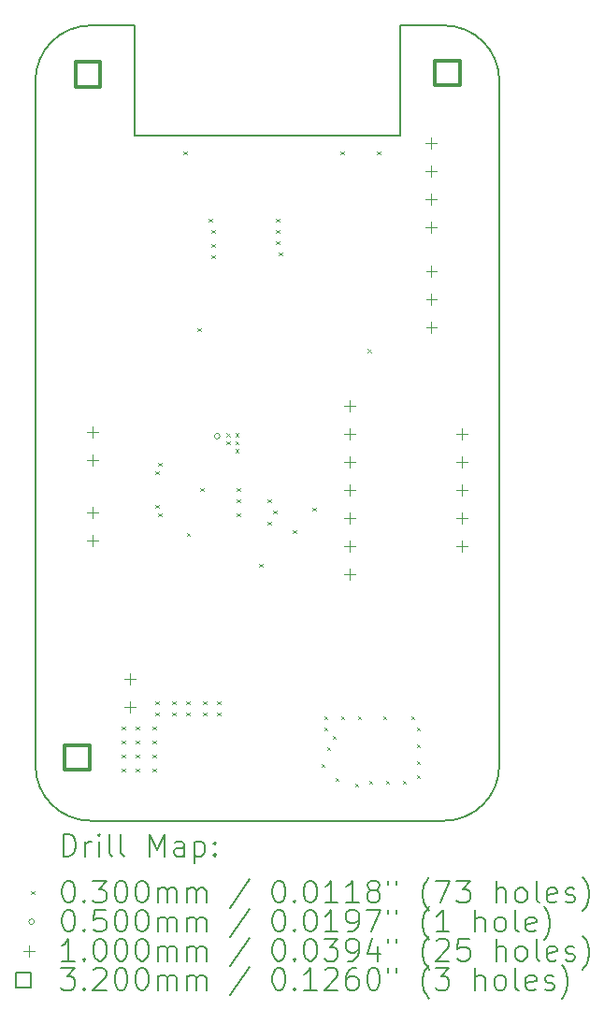
<source format=gbr>
%TF.GenerationSoftware,KiCad,Pcbnew,9.0.2-9.0.2-0~ubuntu24.04.1*%
%TF.CreationDate,2025-06-12T20:24:59+02:00*%
%TF.ProjectId,PCB_Robot,5043425f-526f-4626-9f74-2e6b69636164,rev?*%
%TF.SameCoordinates,Original*%
%TF.FileFunction,Drillmap*%
%TF.FilePolarity,Positive*%
%FSLAX45Y45*%
G04 Gerber Fmt 4.5, Leading zero omitted, Abs format (unit mm)*
G04 Created by KiCad (PCBNEW 9.0.2-9.0.2-0~ubuntu24.04.1) date 2025-06-12 20:24:59*
%MOMM*%
%LPD*%
G01*
G04 APERTURE LIST*
%ADD10C,0.200000*%
%ADD11C,0.100000*%
%ADD12C,0.320000*%
G04 APERTURE END LIST*
D10*
X12144040Y-7051800D02*
X12144040Y-8051800D01*
X12144040Y-8051800D02*
X14544040Y-8051800D01*
X14544040Y-8051800D02*
X14544040Y-7051800D01*
X14944040Y-7051800D02*
X14544040Y-7051800D01*
X14944040Y-7051800D02*
G75*
G02*
X15444040Y-7551800I0J-500000D01*
G01*
X15444040Y-13751800D02*
X15444040Y-7551800D01*
X15444040Y-13751800D02*
G75*
G02*
X14944040Y-14251800I-500000J0D01*
G01*
X11744040Y-14251800D02*
X14944040Y-14251800D01*
X11744040Y-14251800D02*
G75*
G02*
X11244040Y-13751800I0J500000D01*
G01*
X11244040Y-7551800D02*
X11244040Y-13751800D01*
X11244040Y-7551800D02*
G75*
G02*
X11744040Y-7051800I500000J0D01*
G01*
X12144040Y-7051800D02*
X11744040Y-7051800D01*
D11*
X12024600Y-13396200D02*
X12054600Y-13426200D01*
X12054600Y-13396200D02*
X12024600Y-13426200D01*
X12024600Y-13523200D02*
X12054600Y-13553200D01*
X12054600Y-13523200D02*
X12024600Y-13553200D01*
X12024600Y-13650200D02*
X12054600Y-13680200D01*
X12054600Y-13650200D02*
X12024600Y-13680200D01*
X12024600Y-13777200D02*
X12054600Y-13807200D01*
X12054600Y-13777200D02*
X12024600Y-13807200D01*
X12151600Y-13396200D02*
X12181600Y-13426200D01*
X12181600Y-13396200D02*
X12151600Y-13426200D01*
X12151600Y-13523200D02*
X12181600Y-13553200D01*
X12181600Y-13523200D02*
X12151600Y-13553200D01*
X12151600Y-13650200D02*
X12181600Y-13680200D01*
X12181600Y-13650200D02*
X12151600Y-13680200D01*
X12151600Y-13777200D02*
X12181600Y-13807200D01*
X12181600Y-13777200D02*
X12151600Y-13807200D01*
X12304000Y-13396200D02*
X12334000Y-13426200D01*
X12334000Y-13396200D02*
X12304000Y-13426200D01*
X12304000Y-13523200D02*
X12334000Y-13553200D01*
X12334000Y-13523200D02*
X12304000Y-13553200D01*
X12304000Y-13650200D02*
X12334000Y-13680200D01*
X12334000Y-13650200D02*
X12304000Y-13680200D01*
X12304000Y-13777200D02*
X12334000Y-13807200D01*
X12334000Y-13777200D02*
X12304000Y-13807200D01*
X12329400Y-11084800D02*
X12359400Y-11114800D01*
X12359400Y-11084800D02*
X12329400Y-11114800D01*
X12329400Y-11389600D02*
X12359400Y-11419600D01*
X12359400Y-11389600D02*
X12329400Y-11419600D01*
X12329400Y-13167600D02*
X12359400Y-13197600D01*
X12359400Y-13167600D02*
X12329400Y-13197600D01*
X12329400Y-13269200D02*
X12359400Y-13299200D01*
X12359400Y-13269200D02*
X12329400Y-13299200D01*
X12354800Y-11008600D02*
X12384800Y-11038600D01*
X12384800Y-11008600D02*
X12354800Y-11038600D01*
X12354800Y-11465800D02*
X12384800Y-11495800D01*
X12384800Y-11465800D02*
X12354800Y-11495800D01*
X12481800Y-13167600D02*
X12511800Y-13197600D01*
X12511800Y-13167600D02*
X12481800Y-13197600D01*
X12481800Y-13269200D02*
X12511800Y-13299200D01*
X12511800Y-13269200D02*
X12481800Y-13299200D01*
X12583400Y-8189200D02*
X12613400Y-8219200D01*
X12613400Y-8189200D02*
X12583400Y-8219200D01*
X12608800Y-13167600D02*
X12638800Y-13197600D01*
X12638800Y-13167600D02*
X12608800Y-13197600D01*
X12608800Y-13269200D02*
X12638800Y-13299200D01*
X12638800Y-13269200D02*
X12608800Y-13299200D01*
X12615000Y-11645000D02*
X12645000Y-11675000D01*
X12645000Y-11645000D02*
X12615000Y-11675000D01*
X12710400Y-9789400D02*
X12740400Y-9819400D01*
X12740400Y-9789400D02*
X12710400Y-9819400D01*
X12735223Y-11237776D02*
X12765223Y-11267776D01*
X12765223Y-11237776D02*
X12735223Y-11267776D01*
X12761200Y-13167600D02*
X12791200Y-13197600D01*
X12791200Y-13167600D02*
X12761200Y-13197600D01*
X12761200Y-13269200D02*
X12791200Y-13299200D01*
X12791200Y-13269200D02*
X12761200Y-13299200D01*
X12812000Y-8798800D02*
X12842000Y-8828800D01*
X12842000Y-8798800D02*
X12812000Y-8828800D01*
X12837400Y-8900400D02*
X12867400Y-8930400D01*
X12867400Y-8900400D02*
X12837400Y-8930400D01*
X12837400Y-9027400D02*
X12867400Y-9057400D01*
X12867400Y-9027400D02*
X12837400Y-9057400D01*
X12837400Y-9129000D02*
X12867400Y-9159000D01*
X12867400Y-9129000D02*
X12837400Y-9159000D01*
X12888200Y-13167600D02*
X12918200Y-13197600D01*
X12918200Y-13167600D02*
X12888200Y-13197600D01*
X12888200Y-13269200D02*
X12918200Y-13299200D01*
X12918200Y-13269200D02*
X12888200Y-13299200D01*
X12975000Y-10745000D02*
X13005000Y-10775000D01*
X13005000Y-10745000D02*
X12975000Y-10775000D01*
X12975000Y-10815000D02*
X13005000Y-10845000D01*
X13005000Y-10815000D02*
X12975000Y-10845000D01*
X13055000Y-10745000D02*
X13085000Y-10775000D01*
X13085000Y-10745000D02*
X13055000Y-10775000D01*
X13055000Y-10815000D02*
X13085000Y-10845000D01*
X13085000Y-10815000D02*
X13055000Y-10845000D01*
X13055000Y-10885000D02*
X13085000Y-10915000D01*
X13085000Y-10885000D02*
X13055000Y-10915000D01*
X13066000Y-11237200D02*
X13096000Y-11267200D01*
X13096000Y-11237200D02*
X13066000Y-11267200D01*
X13066000Y-11338800D02*
X13096000Y-11368800D01*
X13096000Y-11338800D02*
X13066000Y-11368800D01*
X13066000Y-11465800D02*
X13096000Y-11495800D01*
X13096000Y-11465800D02*
X13066000Y-11495800D01*
X13269200Y-11923000D02*
X13299200Y-11953000D01*
X13299200Y-11923000D02*
X13269200Y-11953000D01*
X13345400Y-11338800D02*
X13375400Y-11368800D01*
X13375400Y-11338800D02*
X13345400Y-11368800D01*
X13345400Y-11542000D02*
X13375400Y-11572000D01*
X13375400Y-11542000D02*
X13345400Y-11572000D01*
X13396200Y-11440400D02*
X13426200Y-11470400D01*
X13426200Y-11440400D02*
X13396200Y-11470400D01*
X13421600Y-8798800D02*
X13451600Y-8828800D01*
X13451600Y-8798800D02*
X13421600Y-8828800D01*
X13421600Y-8900400D02*
X13451600Y-8930400D01*
X13451600Y-8900400D02*
X13421600Y-8930400D01*
X13421600Y-9002000D02*
X13451600Y-9032000D01*
X13451600Y-9002000D02*
X13421600Y-9032000D01*
X13447000Y-9103600D02*
X13477000Y-9133600D01*
X13477000Y-9103600D02*
X13447000Y-9133600D01*
X13574000Y-11618200D02*
X13604000Y-11648200D01*
X13604000Y-11618200D02*
X13574000Y-11648200D01*
X13751800Y-11415000D02*
X13781800Y-11445000D01*
X13781800Y-11415000D02*
X13751800Y-11445000D01*
X13833080Y-13736560D02*
X13863080Y-13766560D01*
X13863080Y-13736560D02*
X13833080Y-13766560D01*
X13858480Y-13304760D02*
X13888480Y-13334760D01*
X13888480Y-13304760D02*
X13858480Y-13334760D01*
X13858480Y-13406360D02*
X13888480Y-13436360D01*
X13888480Y-13406360D02*
X13858480Y-13436360D01*
X13883880Y-13584160D02*
X13913880Y-13614160D01*
X13913880Y-13584160D02*
X13883880Y-13614160D01*
X13934680Y-13482560D02*
X13964680Y-13512560D01*
X13964680Y-13482560D02*
X13934680Y-13512560D01*
X13960080Y-13863560D02*
X13990080Y-13893560D01*
X13990080Y-13863560D02*
X13960080Y-13893560D01*
X14005800Y-8189200D02*
X14035800Y-8219200D01*
X14035800Y-8189200D02*
X14005800Y-8219200D01*
X14010880Y-13304760D02*
X14040880Y-13334760D01*
X14040880Y-13304760D02*
X14010880Y-13334760D01*
X14137880Y-13914360D02*
X14167880Y-13944360D01*
X14167880Y-13914360D02*
X14137880Y-13944360D01*
X14163280Y-13304760D02*
X14193280Y-13334760D01*
X14193280Y-13304760D02*
X14163280Y-13334760D01*
X14250000Y-9980000D02*
X14280000Y-10010000D01*
X14280000Y-9980000D02*
X14250000Y-10010000D01*
X14264880Y-13888960D02*
X14294880Y-13918960D01*
X14294880Y-13888960D02*
X14264880Y-13918960D01*
X14336000Y-8189200D02*
X14366000Y-8219200D01*
X14366000Y-8189200D02*
X14336000Y-8219200D01*
X14391880Y-13304760D02*
X14421880Y-13334760D01*
X14421880Y-13304760D02*
X14391880Y-13334760D01*
X14417280Y-13888960D02*
X14447280Y-13918960D01*
X14447280Y-13888960D02*
X14417280Y-13918960D01*
X14569680Y-13888960D02*
X14599680Y-13918960D01*
X14599680Y-13888960D02*
X14569680Y-13918960D01*
X14645880Y-13304760D02*
X14675880Y-13334760D01*
X14675880Y-13304760D02*
X14645880Y-13334760D01*
X14696680Y-13406360D02*
X14726680Y-13436360D01*
X14726680Y-13406360D02*
X14696680Y-13436360D01*
X14696680Y-13558760D02*
X14726680Y-13588760D01*
X14726680Y-13558760D02*
X14696680Y-13588760D01*
X14696680Y-13711160D02*
X14726680Y-13741160D01*
X14726680Y-13711160D02*
X14696680Y-13741160D01*
X14696680Y-13838160D02*
X14726680Y-13868160D01*
X14726680Y-13838160D02*
X14696680Y-13868160D01*
X12915000Y-10770000D02*
G75*
G02*
X12865000Y-10770000I-25000J0D01*
G01*
X12865000Y-10770000D02*
G75*
G02*
X12915000Y-10770000I25000J0D01*
G01*
X11760000Y-10682500D02*
X11760000Y-10782500D01*
X11710000Y-10732500D02*
X11810000Y-10732500D01*
X11760000Y-10936500D02*
X11760000Y-11036500D01*
X11710000Y-10986500D02*
X11810000Y-10986500D01*
X11760000Y-11410000D02*
X11760000Y-11510000D01*
X11710000Y-11460000D02*
X11810000Y-11460000D01*
X11760000Y-11664000D02*
X11760000Y-11764000D01*
X11710000Y-11714000D02*
X11810000Y-11714000D01*
X12100000Y-12920000D02*
X12100000Y-13020000D01*
X12050000Y-12970000D02*
X12150000Y-12970000D01*
X12100000Y-13174000D02*
X12100000Y-13274000D01*
X12050000Y-13224000D02*
X12150000Y-13224000D01*
X14092000Y-10448000D02*
X14092000Y-10548000D01*
X14042000Y-10498000D02*
X14142000Y-10498000D01*
X14092000Y-10702000D02*
X14092000Y-10802000D01*
X14042000Y-10752000D02*
X14142000Y-10752000D01*
X14092000Y-10956000D02*
X14092000Y-11056000D01*
X14042000Y-11006000D02*
X14142000Y-11006000D01*
X14092000Y-11210000D02*
X14092000Y-11310000D01*
X14042000Y-11260000D02*
X14142000Y-11260000D01*
X14092000Y-11464000D02*
X14092000Y-11564000D01*
X14042000Y-11514000D02*
X14142000Y-11514000D01*
X14092000Y-11718000D02*
X14092000Y-11818000D01*
X14042000Y-11768000D02*
X14142000Y-11768000D01*
X14092000Y-11972000D02*
X14092000Y-12072000D01*
X14042000Y-12022000D02*
X14142000Y-12022000D01*
X14825000Y-8067000D02*
X14825000Y-8167000D01*
X14775000Y-8117000D02*
X14875000Y-8117000D01*
X14825000Y-8321000D02*
X14825000Y-8421000D01*
X14775000Y-8371000D02*
X14875000Y-8371000D01*
X14825000Y-8575000D02*
X14825000Y-8675000D01*
X14775000Y-8625000D02*
X14875000Y-8625000D01*
X14825000Y-8829000D02*
X14825000Y-8929000D01*
X14775000Y-8879000D02*
X14875000Y-8879000D01*
X14830000Y-9227000D02*
X14830000Y-9327000D01*
X14780000Y-9277000D02*
X14880000Y-9277000D01*
X14830000Y-9481000D02*
X14830000Y-9581000D01*
X14780000Y-9531000D02*
X14880000Y-9531000D01*
X14830000Y-9735000D02*
X14830000Y-9835000D01*
X14780000Y-9785000D02*
X14880000Y-9785000D01*
X15108000Y-10702000D02*
X15108000Y-10802000D01*
X15058000Y-10752000D02*
X15158000Y-10752000D01*
X15108000Y-10956000D02*
X15108000Y-11056000D01*
X15058000Y-11006000D02*
X15158000Y-11006000D01*
X15108000Y-11210000D02*
X15108000Y-11310000D01*
X15058000Y-11260000D02*
X15158000Y-11260000D01*
X15108000Y-11464000D02*
X15108000Y-11564000D01*
X15058000Y-11514000D02*
X15158000Y-11514000D01*
X15108000Y-11718000D02*
X15108000Y-11818000D01*
X15058000Y-11768000D02*
X15158000Y-11768000D01*
D12*
X11736178Y-13793578D02*
X11736178Y-13567302D01*
X11509902Y-13567302D01*
X11509902Y-13793578D01*
X11736178Y-13793578D01*
X11832698Y-7606138D02*
X11832698Y-7379862D01*
X11606422Y-7379862D01*
X11606422Y-7606138D01*
X11832698Y-7606138D01*
X15088978Y-7595978D02*
X15088978Y-7369702D01*
X14862702Y-7369702D01*
X14862702Y-7595978D01*
X15088978Y-7595978D01*
D10*
X11494817Y-14573284D02*
X11494817Y-14373284D01*
X11494817Y-14373284D02*
X11542436Y-14373284D01*
X11542436Y-14373284D02*
X11571007Y-14382808D01*
X11571007Y-14382808D02*
X11590055Y-14401855D01*
X11590055Y-14401855D02*
X11599579Y-14420903D01*
X11599579Y-14420903D02*
X11609102Y-14458998D01*
X11609102Y-14458998D02*
X11609102Y-14487569D01*
X11609102Y-14487569D02*
X11599579Y-14525665D01*
X11599579Y-14525665D02*
X11590055Y-14544712D01*
X11590055Y-14544712D02*
X11571007Y-14563760D01*
X11571007Y-14563760D02*
X11542436Y-14573284D01*
X11542436Y-14573284D02*
X11494817Y-14573284D01*
X11694817Y-14573284D02*
X11694817Y-14439950D01*
X11694817Y-14478046D02*
X11704341Y-14458998D01*
X11704341Y-14458998D02*
X11713864Y-14449474D01*
X11713864Y-14449474D02*
X11732912Y-14439950D01*
X11732912Y-14439950D02*
X11751960Y-14439950D01*
X11818626Y-14573284D02*
X11818626Y-14439950D01*
X11818626Y-14373284D02*
X11809102Y-14382808D01*
X11809102Y-14382808D02*
X11818626Y-14392331D01*
X11818626Y-14392331D02*
X11828150Y-14382808D01*
X11828150Y-14382808D02*
X11818626Y-14373284D01*
X11818626Y-14373284D02*
X11818626Y-14392331D01*
X11942436Y-14573284D02*
X11923388Y-14563760D01*
X11923388Y-14563760D02*
X11913864Y-14544712D01*
X11913864Y-14544712D02*
X11913864Y-14373284D01*
X12047198Y-14573284D02*
X12028150Y-14563760D01*
X12028150Y-14563760D02*
X12018626Y-14544712D01*
X12018626Y-14544712D02*
X12018626Y-14373284D01*
X12275769Y-14573284D02*
X12275769Y-14373284D01*
X12275769Y-14373284D02*
X12342436Y-14516141D01*
X12342436Y-14516141D02*
X12409102Y-14373284D01*
X12409102Y-14373284D02*
X12409102Y-14573284D01*
X12590055Y-14573284D02*
X12590055Y-14468522D01*
X12590055Y-14468522D02*
X12580531Y-14449474D01*
X12580531Y-14449474D02*
X12561483Y-14439950D01*
X12561483Y-14439950D02*
X12523388Y-14439950D01*
X12523388Y-14439950D02*
X12504341Y-14449474D01*
X12590055Y-14563760D02*
X12571007Y-14573284D01*
X12571007Y-14573284D02*
X12523388Y-14573284D01*
X12523388Y-14573284D02*
X12504341Y-14563760D01*
X12504341Y-14563760D02*
X12494817Y-14544712D01*
X12494817Y-14544712D02*
X12494817Y-14525665D01*
X12494817Y-14525665D02*
X12504341Y-14506617D01*
X12504341Y-14506617D02*
X12523388Y-14497093D01*
X12523388Y-14497093D02*
X12571007Y-14497093D01*
X12571007Y-14497093D02*
X12590055Y-14487569D01*
X12685293Y-14439950D02*
X12685293Y-14639950D01*
X12685293Y-14449474D02*
X12704341Y-14439950D01*
X12704341Y-14439950D02*
X12742436Y-14439950D01*
X12742436Y-14439950D02*
X12761483Y-14449474D01*
X12761483Y-14449474D02*
X12771007Y-14458998D01*
X12771007Y-14458998D02*
X12780531Y-14478046D01*
X12780531Y-14478046D02*
X12780531Y-14535188D01*
X12780531Y-14535188D02*
X12771007Y-14554236D01*
X12771007Y-14554236D02*
X12761483Y-14563760D01*
X12761483Y-14563760D02*
X12742436Y-14573284D01*
X12742436Y-14573284D02*
X12704341Y-14573284D01*
X12704341Y-14573284D02*
X12685293Y-14563760D01*
X12866245Y-14554236D02*
X12875769Y-14563760D01*
X12875769Y-14563760D02*
X12866245Y-14573284D01*
X12866245Y-14573284D02*
X12856722Y-14563760D01*
X12856722Y-14563760D02*
X12866245Y-14554236D01*
X12866245Y-14554236D02*
X12866245Y-14573284D01*
X12866245Y-14449474D02*
X12875769Y-14458998D01*
X12875769Y-14458998D02*
X12866245Y-14468522D01*
X12866245Y-14468522D02*
X12856722Y-14458998D01*
X12856722Y-14458998D02*
X12866245Y-14449474D01*
X12866245Y-14449474D02*
X12866245Y-14468522D01*
D11*
X11204040Y-14886800D02*
X11234040Y-14916800D01*
X11234040Y-14886800D02*
X11204040Y-14916800D01*
D10*
X11532912Y-14793284D02*
X11551960Y-14793284D01*
X11551960Y-14793284D02*
X11571007Y-14802808D01*
X11571007Y-14802808D02*
X11580531Y-14812331D01*
X11580531Y-14812331D02*
X11590055Y-14831379D01*
X11590055Y-14831379D02*
X11599579Y-14869474D01*
X11599579Y-14869474D02*
X11599579Y-14917093D01*
X11599579Y-14917093D02*
X11590055Y-14955188D01*
X11590055Y-14955188D02*
X11580531Y-14974236D01*
X11580531Y-14974236D02*
X11571007Y-14983760D01*
X11571007Y-14983760D02*
X11551960Y-14993284D01*
X11551960Y-14993284D02*
X11532912Y-14993284D01*
X11532912Y-14993284D02*
X11513864Y-14983760D01*
X11513864Y-14983760D02*
X11504341Y-14974236D01*
X11504341Y-14974236D02*
X11494817Y-14955188D01*
X11494817Y-14955188D02*
X11485293Y-14917093D01*
X11485293Y-14917093D02*
X11485293Y-14869474D01*
X11485293Y-14869474D02*
X11494817Y-14831379D01*
X11494817Y-14831379D02*
X11504341Y-14812331D01*
X11504341Y-14812331D02*
X11513864Y-14802808D01*
X11513864Y-14802808D02*
X11532912Y-14793284D01*
X11685293Y-14974236D02*
X11694817Y-14983760D01*
X11694817Y-14983760D02*
X11685293Y-14993284D01*
X11685293Y-14993284D02*
X11675769Y-14983760D01*
X11675769Y-14983760D02*
X11685293Y-14974236D01*
X11685293Y-14974236D02*
X11685293Y-14993284D01*
X11761483Y-14793284D02*
X11885293Y-14793284D01*
X11885293Y-14793284D02*
X11818626Y-14869474D01*
X11818626Y-14869474D02*
X11847198Y-14869474D01*
X11847198Y-14869474D02*
X11866245Y-14878998D01*
X11866245Y-14878998D02*
X11875769Y-14888522D01*
X11875769Y-14888522D02*
X11885293Y-14907569D01*
X11885293Y-14907569D02*
X11885293Y-14955188D01*
X11885293Y-14955188D02*
X11875769Y-14974236D01*
X11875769Y-14974236D02*
X11866245Y-14983760D01*
X11866245Y-14983760D02*
X11847198Y-14993284D01*
X11847198Y-14993284D02*
X11790055Y-14993284D01*
X11790055Y-14993284D02*
X11771007Y-14983760D01*
X11771007Y-14983760D02*
X11761483Y-14974236D01*
X12009102Y-14793284D02*
X12028150Y-14793284D01*
X12028150Y-14793284D02*
X12047198Y-14802808D01*
X12047198Y-14802808D02*
X12056722Y-14812331D01*
X12056722Y-14812331D02*
X12066245Y-14831379D01*
X12066245Y-14831379D02*
X12075769Y-14869474D01*
X12075769Y-14869474D02*
X12075769Y-14917093D01*
X12075769Y-14917093D02*
X12066245Y-14955188D01*
X12066245Y-14955188D02*
X12056722Y-14974236D01*
X12056722Y-14974236D02*
X12047198Y-14983760D01*
X12047198Y-14983760D02*
X12028150Y-14993284D01*
X12028150Y-14993284D02*
X12009102Y-14993284D01*
X12009102Y-14993284D02*
X11990055Y-14983760D01*
X11990055Y-14983760D02*
X11980531Y-14974236D01*
X11980531Y-14974236D02*
X11971007Y-14955188D01*
X11971007Y-14955188D02*
X11961483Y-14917093D01*
X11961483Y-14917093D02*
X11961483Y-14869474D01*
X11961483Y-14869474D02*
X11971007Y-14831379D01*
X11971007Y-14831379D02*
X11980531Y-14812331D01*
X11980531Y-14812331D02*
X11990055Y-14802808D01*
X11990055Y-14802808D02*
X12009102Y-14793284D01*
X12199579Y-14793284D02*
X12218626Y-14793284D01*
X12218626Y-14793284D02*
X12237674Y-14802808D01*
X12237674Y-14802808D02*
X12247198Y-14812331D01*
X12247198Y-14812331D02*
X12256722Y-14831379D01*
X12256722Y-14831379D02*
X12266245Y-14869474D01*
X12266245Y-14869474D02*
X12266245Y-14917093D01*
X12266245Y-14917093D02*
X12256722Y-14955188D01*
X12256722Y-14955188D02*
X12247198Y-14974236D01*
X12247198Y-14974236D02*
X12237674Y-14983760D01*
X12237674Y-14983760D02*
X12218626Y-14993284D01*
X12218626Y-14993284D02*
X12199579Y-14993284D01*
X12199579Y-14993284D02*
X12180531Y-14983760D01*
X12180531Y-14983760D02*
X12171007Y-14974236D01*
X12171007Y-14974236D02*
X12161483Y-14955188D01*
X12161483Y-14955188D02*
X12151960Y-14917093D01*
X12151960Y-14917093D02*
X12151960Y-14869474D01*
X12151960Y-14869474D02*
X12161483Y-14831379D01*
X12161483Y-14831379D02*
X12171007Y-14812331D01*
X12171007Y-14812331D02*
X12180531Y-14802808D01*
X12180531Y-14802808D02*
X12199579Y-14793284D01*
X12351960Y-14993284D02*
X12351960Y-14859950D01*
X12351960Y-14878998D02*
X12361483Y-14869474D01*
X12361483Y-14869474D02*
X12380531Y-14859950D01*
X12380531Y-14859950D02*
X12409103Y-14859950D01*
X12409103Y-14859950D02*
X12428150Y-14869474D01*
X12428150Y-14869474D02*
X12437674Y-14888522D01*
X12437674Y-14888522D02*
X12437674Y-14993284D01*
X12437674Y-14888522D02*
X12447198Y-14869474D01*
X12447198Y-14869474D02*
X12466245Y-14859950D01*
X12466245Y-14859950D02*
X12494817Y-14859950D01*
X12494817Y-14859950D02*
X12513864Y-14869474D01*
X12513864Y-14869474D02*
X12523388Y-14888522D01*
X12523388Y-14888522D02*
X12523388Y-14993284D01*
X12618626Y-14993284D02*
X12618626Y-14859950D01*
X12618626Y-14878998D02*
X12628150Y-14869474D01*
X12628150Y-14869474D02*
X12647198Y-14859950D01*
X12647198Y-14859950D02*
X12675769Y-14859950D01*
X12675769Y-14859950D02*
X12694817Y-14869474D01*
X12694817Y-14869474D02*
X12704341Y-14888522D01*
X12704341Y-14888522D02*
X12704341Y-14993284D01*
X12704341Y-14888522D02*
X12713864Y-14869474D01*
X12713864Y-14869474D02*
X12732912Y-14859950D01*
X12732912Y-14859950D02*
X12761483Y-14859950D01*
X12761483Y-14859950D02*
X12780531Y-14869474D01*
X12780531Y-14869474D02*
X12790055Y-14888522D01*
X12790055Y-14888522D02*
X12790055Y-14993284D01*
X13180531Y-14783760D02*
X13009103Y-15040903D01*
X13437674Y-14793284D02*
X13456722Y-14793284D01*
X13456722Y-14793284D02*
X13475769Y-14802808D01*
X13475769Y-14802808D02*
X13485293Y-14812331D01*
X13485293Y-14812331D02*
X13494817Y-14831379D01*
X13494817Y-14831379D02*
X13504341Y-14869474D01*
X13504341Y-14869474D02*
X13504341Y-14917093D01*
X13504341Y-14917093D02*
X13494817Y-14955188D01*
X13494817Y-14955188D02*
X13485293Y-14974236D01*
X13485293Y-14974236D02*
X13475769Y-14983760D01*
X13475769Y-14983760D02*
X13456722Y-14993284D01*
X13456722Y-14993284D02*
X13437674Y-14993284D01*
X13437674Y-14993284D02*
X13418626Y-14983760D01*
X13418626Y-14983760D02*
X13409103Y-14974236D01*
X13409103Y-14974236D02*
X13399579Y-14955188D01*
X13399579Y-14955188D02*
X13390055Y-14917093D01*
X13390055Y-14917093D02*
X13390055Y-14869474D01*
X13390055Y-14869474D02*
X13399579Y-14831379D01*
X13399579Y-14831379D02*
X13409103Y-14812331D01*
X13409103Y-14812331D02*
X13418626Y-14802808D01*
X13418626Y-14802808D02*
X13437674Y-14793284D01*
X13590055Y-14974236D02*
X13599579Y-14983760D01*
X13599579Y-14983760D02*
X13590055Y-14993284D01*
X13590055Y-14993284D02*
X13580531Y-14983760D01*
X13580531Y-14983760D02*
X13590055Y-14974236D01*
X13590055Y-14974236D02*
X13590055Y-14993284D01*
X13723388Y-14793284D02*
X13742436Y-14793284D01*
X13742436Y-14793284D02*
X13761484Y-14802808D01*
X13761484Y-14802808D02*
X13771007Y-14812331D01*
X13771007Y-14812331D02*
X13780531Y-14831379D01*
X13780531Y-14831379D02*
X13790055Y-14869474D01*
X13790055Y-14869474D02*
X13790055Y-14917093D01*
X13790055Y-14917093D02*
X13780531Y-14955188D01*
X13780531Y-14955188D02*
X13771007Y-14974236D01*
X13771007Y-14974236D02*
X13761484Y-14983760D01*
X13761484Y-14983760D02*
X13742436Y-14993284D01*
X13742436Y-14993284D02*
X13723388Y-14993284D01*
X13723388Y-14993284D02*
X13704341Y-14983760D01*
X13704341Y-14983760D02*
X13694817Y-14974236D01*
X13694817Y-14974236D02*
X13685293Y-14955188D01*
X13685293Y-14955188D02*
X13675769Y-14917093D01*
X13675769Y-14917093D02*
X13675769Y-14869474D01*
X13675769Y-14869474D02*
X13685293Y-14831379D01*
X13685293Y-14831379D02*
X13694817Y-14812331D01*
X13694817Y-14812331D02*
X13704341Y-14802808D01*
X13704341Y-14802808D02*
X13723388Y-14793284D01*
X13980531Y-14993284D02*
X13866246Y-14993284D01*
X13923388Y-14993284D02*
X13923388Y-14793284D01*
X13923388Y-14793284D02*
X13904341Y-14821855D01*
X13904341Y-14821855D02*
X13885293Y-14840903D01*
X13885293Y-14840903D02*
X13866246Y-14850427D01*
X14171007Y-14993284D02*
X14056722Y-14993284D01*
X14113865Y-14993284D02*
X14113865Y-14793284D01*
X14113865Y-14793284D02*
X14094817Y-14821855D01*
X14094817Y-14821855D02*
X14075769Y-14840903D01*
X14075769Y-14840903D02*
X14056722Y-14850427D01*
X14285293Y-14878998D02*
X14266246Y-14869474D01*
X14266246Y-14869474D02*
X14256722Y-14859950D01*
X14256722Y-14859950D02*
X14247198Y-14840903D01*
X14247198Y-14840903D02*
X14247198Y-14831379D01*
X14247198Y-14831379D02*
X14256722Y-14812331D01*
X14256722Y-14812331D02*
X14266246Y-14802808D01*
X14266246Y-14802808D02*
X14285293Y-14793284D01*
X14285293Y-14793284D02*
X14323388Y-14793284D01*
X14323388Y-14793284D02*
X14342436Y-14802808D01*
X14342436Y-14802808D02*
X14351960Y-14812331D01*
X14351960Y-14812331D02*
X14361484Y-14831379D01*
X14361484Y-14831379D02*
X14361484Y-14840903D01*
X14361484Y-14840903D02*
X14351960Y-14859950D01*
X14351960Y-14859950D02*
X14342436Y-14869474D01*
X14342436Y-14869474D02*
X14323388Y-14878998D01*
X14323388Y-14878998D02*
X14285293Y-14878998D01*
X14285293Y-14878998D02*
X14266246Y-14888522D01*
X14266246Y-14888522D02*
X14256722Y-14898046D01*
X14256722Y-14898046D02*
X14247198Y-14917093D01*
X14247198Y-14917093D02*
X14247198Y-14955188D01*
X14247198Y-14955188D02*
X14256722Y-14974236D01*
X14256722Y-14974236D02*
X14266246Y-14983760D01*
X14266246Y-14983760D02*
X14285293Y-14993284D01*
X14285293Y-14993284D02*
X14323388Y-14993284D01*
X14323388Y-14993284D02*
X14342436Y-14983760D01*
X14342436Y-14983760D02*
X14351960Y-14974236D01*
X14351960Y-14974236D02*
X14361484Y-14955188D01*
X14361484Y-14955188D02*
X14361484Y-14917093D01*
X14361484Y-14917093D02*
X14351960Y-14898046D01*
X14351960Y-14898046D02*
X14342436Y-14888522D01*
X14342436Y-14888522D02*
X14323388Y-14878998D01*
X14437674Y-14793284D02*
X14437674Y-14831379D01*
X14513865Y-14793284D02*
X14513865Y-14831379D01*
X14809103Y-15069474D02*
X14799579Y-15059950D01*
X14799579Y-15059950D02*
X14780531Y-15031379D01*
X14780531Y-15031379D02*
X14771008Y-15012331D01*
X14771008Y-15012331D02*
X14761484Y-14983760D01*
X14761484Y-14983760D02*
X14751960Y-14936141D01*
X14751960Y-14936141D02*
X14751960Y-14898046D01*
X14751960Y-14898046D02*
X14761484Y-14850427D01*
X14761484Y-14850427D02*
X14771008Y-14821855D01*
X14771008Y-14821855D02*
X14780531Y-14802808D01*
X14780531Y-14802808D02*
X14799579Y-14774236D01*
X14799579Y-14774236D02*
X14809103Y-14764712D01*
X14866246Y-14793284D02*
X14999579Y-14793284D01*
X14999579Y-14793284D02*
X14913865Y-14993284D01*
X15056722Y-14793284D02*
X15180531Y-14793284D01*
X15180531Y-14793284D02*
X15113865Y-14869474D01*
X15113865Y-14869474D02*
X15142436Y-14869474D01*
X15142436Y-14869474D02*
X15161484Y-14878998D01*
X15161484Y-14878998D02*
X15171008Y-14888522D01*
X15171008Y-14888522D02*
X15180531Y-14907569D01*
X15180531Y-14907569D02*
X15180531Y-14955188D01*
X15180531Y-14955188D02*
X15171008Y-14974236D01*
X15171008Y-14974236D02*
X15161484Y-14983760D01*
X15161484Y-14983760D02*
X15142436Y-14993284D01*
X15142436Y-14993284D02*
X15085293Y-14993284D01*
X15085293Y-14993284D02*
X15066246Y-14983760D01*
X15066246Y-14983760D02*
X15056722Y-14974236D01*
X15418627Y-14993284D02*
X15418627Y-14793284D01*
X15504341Y-14993284D02*
X15504341Y-14888522D01*
X15504341Y-14888522D02*
X15494817Y-14869474D01*
X15494817Y-14869474D02*
X15475770Y-14859950D01*
X15475770Y-14859950D02*
X15447198Y-14859950D01*
X15447198Y-14859950D02*
X15428150Y-14869474D01*
X15428150Y-14869474D02*
X15418627Y-14878998D01*
X15628150Y-14993284D02*
X15609103Y-14983760D01*
X15609103Y-14983760D02*
X15599579Y-14974236D01*
X15599579Y-14974236D02*
X15590055Y-14955188D01*
X15590055Y-14955188D02*
X15590055Y-14898046D01*
X15590055Y-14898046D02*
X15599579Y-14878998D01*
X15599579Y-14878998D02*
X15609103Y-14869474D01*
X15609103Y-14869474D02*
X15628150Y-14859950D01*
X15628150Y-14859950D02*
X15656722Y-14859950D01*
X15656722Y-14859950D02*
X15675770Y-14869474D01*
X15675770Y-14869474D02*
X15685293Y-14878998D01*
X15685293Y-14878998D02*
X15694817Y-14898046D01*
X15694817Y-14898046D02*
X15694817Y-14955188D01*
X15694817Y-14955188D02*
X15685293Y-14974236D01*
X15685293Y-14974236D02*
X15675770Y-14983760D01*
X15675770Y-14983760D02*
X15656722Y-14993284D01*
X15656722Y-14993284D02*
X15628150Y-14993284D01*
X15809103Y-14993284D02*
X15790055Y-14983760D01*
X15790055Y-14983760D02*
X15780531Y-14964712D01*
X15780531Y-14964712D02*
X15780531Y-14793284D01*
X15961484Y-14983760D02*
X15942436Y-14993284D01*
X15942436Y-14993284D02*
X15904341Y-14993284D01*
X15904341Y-14993284D02*
X15885293Y-14983760D01*
X15885293Y-14983760D02*
X15875770Y-14964712D01*
X15875770Y-14964712D02*
X15875770Y-14888522D01*
X15875770Y-14888522D02*
X15885293Y-14869474D01*
X15885293Y-14869474D02*
X15904341Y-14859950D01*
X15904341Y-14859950D02*
X15942436Y-14859950D01*
X15942436Y-14859950D02*
X15961484Y-14869474D01*
X15961484Y-14869474D02*
X15971008Y-14888522D01*
X15971008Y-14888522D02*
X15971008Y-14907569D01*
X15971008Y-14907569D02*
X15875770Y-14926617D01*
X16047198Y-14983760D02*
X16066246Y-14993284D01*
X16066246Y-14993284D02*
X16104341Y-14993284D01*
X16104341Y-14993284D02*
X16123389Y-14983760D01*
X16123389Y-14983760D02*
X16132912Y-14964712D01*
X16132912Y-14964712D02*
X16132912Y-14955188D01*
X16132912Y-14955188D02*
X16123389Y-14936141D01*
X16123389Y-14936141D02*
X16104341Y-14926617D01*
X16104341Y-14926617D02*
X16075770Y-14926617D01*
X16075770Y-14926617D02*
X16056722Y-14917093D01*
X16056722Y-14917093D02*
X16047198Y-14898046D01*
X16047198Y-14898046D02*
X16047198Y-14888522D01*
X16047198Y-14888522D02*
X16056722Y-14869474D01*
X16056722Y-14869474D02*
X16075770Y-14859950D01*
X16075770Y-14859950D02*
X16104341Y-14859950D01*
X16104341Y-14859950D02*
X16123389Y-14869474D01*
X16199579Y-15069474D02*
X16209103Y-15059950D01*
X16209103Y-15059950D02*
X16228151Y-15031379D01*
X16228151Y-15031379D02*
X16237674Y-15012331D01*
X16237674Y-15012331D02*
X16247198Y-14983760D01*
X16247198Y-14983760D02*
X16256722Y-14936141D01*
X16256722Y-14936141D02*
X16256722Y-14898046D01*
X16256722Y-14898046D02*
X16247198Y-14850427D01*
X16247198Y-14850427D02*
X16237674Y-14821855D01*
X16237674Y-14821855D02*
X16228151Y-14802808D01*
X16228151Y-14802808D02*
X16209103Y-14774236D01*
X16209103Y-14774236D02*
X16199579Y-14764712D01*
D11*
X11234040Y-15165800D02*
G75*
G02*
X11184040Y-15165800I-25000J0D01*
G01*
X11184040Y-15165800D02*
G75*
G02*
X11234040Y-15165800I25000J0D01*
G01*
D10*
X11532912Y-15057284D02*
X11551960Y-15057284D01*
X11551960Y-15057284D02*
X11571007Y-15066808D01*
X11571007Y-15066808D02*
X11580531Y-15076331D01*
X11580531Y-15076331D02*
X11590055Y-15095379D01*
X11590055Y-15095379D02*
X11599579Y-15133474D01*
X11599579Y-15133474D02*
X11599579Y-15181093D01*
X11599579Y-15181093D02*
X11590055Y-15219188D01*
X11590055Y-15219188D02*
X11580531Y-15238236D01*
X11580531Y-15238236D02*
X11571007Y-15247760D01*
X11571007Y-15247760D02*
X11551960Y-15257284D01*
X11551960Y-15257284D02*
X11532912Y-15257284D01*
X11532912Y-15257284D02*
X11513864Y-15247760D01*
X11513864Y-15247760D02*
X11504341Y-15238236D01*
X11504341Y-15238236D02*
X11494817Y-15219188D01*
X11494817Y-15219188D02*
X11485293Y-15181093D01*
X11485293Y-15181093D02*
X11485293Y-15133474D01*
X11485293Y-15133474D02*
X11494817Y-15095379D01*
X11494817Y-15095379D02*
X11504341Y-15076331D01*
X11504341Y-15076331D02*
X11513864Y-15066808D01*
X11513864Y-15066808D02*
X11532912Y-15057284D01*
X11685293Y-15238236D02*
X11694817Y-15247760D01*
X11694817Y-15247760D02*
X11685293Y-15257284D01*
X11685293Y-15257284D02*
X11675769Y-15247760D01*
X11675769Y-15247760D02*
X11685293Y-15238236D01*
X11685293Y-15238236D02*
X11685293Y-15257284D01*
X11875769Y-15057284D02*
X11780531Y-15057284D01*
X11780531Y-15057284D02*
X11771007Y-15152522D01*
X11771007Y-15152522D02*
X11780531Y-15142998D01*
X11780531Y-15142998D02*
X11799579Y-15133474D01*
X11799579Y-15133474D02*
X11847198Y-15133474D01*
X11847198Y-15133474D02*
X11866245Y-15142998D01*
X11866245Y-15142998D02*
X11875769Y-15152522D01*
X11875769Y-15152522D02*
X11885293Y-15171569D01*
X11885293Y-15171569D02*
X11885293Y-15219188D01*
X11885293Y-15219188D02*
X11875769Y-15238236D01*
X11875769Y-15238236D02*
X11866245Y-15247760D01*
X11866245Y-15247760D02*
X11847198Y-15257284D01*
X11847198Y-15257284D02*
X11799579Y-15257284D01*
X11799579Y-15257284D02*
X11780531Y-15247760D01*
X11780531Y-15247760D02*
X11771007Y-15238236D01*
X12009102Y-15057284D02*
X12028150Y-15057284D01*
X12028150Y-15057284D02*
X12047198Y-15066808D01*
X12047198Y-15066808D02*
X12056722Y-15076331D01*
X12056722Y-15076331D02*
X12066245Y-15095379D01*
X12066245Y-15095379D02*
X12075769Y-15133474D01*
X12075769Y-15133474D02*
X12075769Y-15181093D01*
X12075769Y-15181093D02*
X12066245Y-15219188D01*
X12066245Y-15219188D02*
X12056722Y-15238236D01*
X12056722Y-15238236D02*
X12047198Y-15247760D01*
X12047198Y-15247760D02*
X12028150Y-15257284D01*
X12028150Y-15257284D02*
X12009102Y-15257284D01*
X12009102Y-15257284D02*
X11990055Y-15247760D01*
X11990055Y-15247760D02*
X11980531Y-15238236D01*
X11980531Y-15238236D02*
X11971007Y-15219188D01*
X11971007Y-15219188D02*
X11961483Y-15181093D01*
X11961483Y-15181093D02*
X11961483Y-15133474D01*
X11961483Y-15133474D02*
X11971007Y-15095379D01*
X11971007Y-15095379D02*
X11980531Y-15076331D01*
X11980531Y-15076331D02*
X11990055Y-15066808D01*
X11990055Y-15066808D02*
X12009102Y-15057284D01*
X12199579Y-15057284D02*
X12218626Y-15057284D01*
X12218626Y-15057284D02*
X12237674Y-15066808D01*
X12237674Y-15066808D02*
X12247198Y-15076331D01*
X12247198Y-15076331D02*
X12256722Y-15095379D01*
X12256722Y-15095379D02*
X12266245Y-15133474D01*
X12266245Y-15133474D02*
X12266245Y-15181093D01*
X12266245Y-15181093D02*
X12256722Y-15219188D01*
X12256722Y-15219188D02*
X12247198Y-15238236D01*
X12247198Y-15238236D02*
X12237674Y-15247760D01*
X12237674Y-15247760D02*
X12218626Y-15257284D01*
X12218626Y-15257284D02*
X12199579Y-15257284D01*
X12199579Y-15257284D02*
X12180531Y-15247760D01*
X12180531Y-15247760D02*
X12171007Y-15238236D01*
X12171007Y-15238236D02*
X12161483Y-15219188D01*
X12161483Y-15219188D02*
X12151960Y-15181093D01*
X12151960Y-15181093D02*
X12151960Y-15133474D01*
X12151960Y-15133474D02*
X12161483Y-15095379D01*
X12161483Y-15095379D02*
X12171007Y-15076331D01*
X12171007Y-15076331D02*
X12180531Y-15066808D01*
X12180531Y-15066808D02*
X12199579Y-15057284D01*
X12351960Y-15257284D02*
X12351960Y-15123950D01*
X12351960Y-15142998D02*
X12361483Y-15133474D01*
X12361483Y-15133474D02*
X12380531Y-15123950D01*
X12380531Y-15123950D02*
X12409103Y-15123950D01*
X12409103Y-15123950D02*
X12428150Y-15133474D01*
X12428150Y-15133474D02*
X12437674Y-15152522D01*
X12437674Y-15152522D02*
X12437674Y-15257284D01*
X12437674Y-15152522D02*
X12447198Y-15133474D01*
X12447198Y-15133474D02*
X12466245Y-15123950D01*
X12466245Y-15123950D02*
X12494817Y-15123950D01*
X12494817Y-15123950D02*
X12513864Y-15133474D01*
X12513864Y-15133474D02*
X12523388Y-15152522D01*
X12523388Y-15152522D02*
X12523388Y-15257284D01*
X12618626Y-15257284D02*
X12618626Y-15123950D01*
X12618626Y-15142998D02*
X12628150Y-15133474D01*
X12628150Y-15133474D02*
X12647198Y-15123950D01*
X12647198Y-15123950D02*
X12675769Y-15123950D01*
X12675769Y-15123950D02*
X12694817Y-15133474D01*
X12694817Y-15133474D02*
X12704341Y-15152522D01*
X12704341Y-15152522D02*
X12704341Y-15257284D01*
X12704341Y-15152522D02*
X12713864Y-15133474D01*
X12713864Y-15133474D02*
X12732912Y-15123950D01*
X12732912Y-15123950D02*
X12761483Y-15123950D01*
X12761483Y-15123950D02*
X12780531Y-15133474D01*
X12780531Y-15133474D02*
X12790055Y-15152522D01*
X12790055Y-15152522D02*
X12790055Y-15257284D01*
X13180531Y-15047760D02*
X13009103Y-15304903D01*
X13437674Y-15057284D02*
X13456722Y-15057284D01*
X13456722Y-15057284D02*
X13475769Y-15066808D01*
X13475769Y-15066808D02*
X13485293Y-15076331D01*
X13485293Y-15076331D02*
X13494817Y-15095379D01*
X13494817Y-15095379D02*
X13504341Y-15133474D01*
X13504341Y-15133474D02*
X13504341Y-15181093D01*
X13504341Y-15181093D02*
X13494817Y-15219188D01*
X13494817Y-15219188D02*
X13485293Y-15238236D01*
X13485293Y-15238236D02*
X13475769Y-15247760D01*
X13475769Y-15247760D02*
X13456722Y-15257284D01*
X13456722Y-15257284D02*
X13437674Y-15257284D01*
X13437674Y-15257284D02*
X13418626Y-15247760D01*
X13418626Y-15247760D02*
X13409103Y-15238236D01*
X13409103Y-15238236D02*
X13399579Y-15219188D01*
X13399579Y-15219188D02*
X13390055Y-15181093D01*
X13390055Y-15181093D02*
X13390055Y-15133474D01*
X13390055Y-15133474D02*
X13399579Y-15095379D01*
X13399579Y-15095379D02*
X13409103Y-15076331D01*
X13409103Y-15076331D02*
X13418626Y-15066808D01*
X13418626Y-15066808D02*
X13437674Y-15057284D01*
X13590055Y-15238236D02*
X13599579Y-15247760D01*
X13599579Y-15247760D02*
X13590055Y-15257284D01*
X13590055Y-15257284D02*
X13580531Y-15247760D01*
X13580531Y-15247760D02*
X13590055Y-15238236D01*
X13590055Y-15238236D02*
X13590055Y-15257284D01*
X13723388Y-15057284D02*
X13742436Y-15057284D01*
X13742436Y-15057284D02*
X13761484Y-15066808D01*
X13761484Y-15066808D02*
X13771007Y-15076331D01*
X13771007Y-15076331D02*
X13780531Y-15095379D01*
X13780531Y-15095379D02*
X13790055Y-15133474D01*
X13790055Y-15133474D02*
X13790055Y-15181093D01*
X13790055Y-15181093D02*
X13780531Y-15219188D01*
X13780531Y-15219188D02*
X13771007Y-15238236D01*
X13771007Y-15238236D02*
X13761484Y-15247760D01*
X13761484Y-15247760D02*
X13742436Y-15257284D01*
X13742436Y-15257284D02*
X13723388Y-15257284D01*
X13723388Y-15257284D02*
X13704341Y-15247760D01*
X13704341Y-15247760D02*
X13694817Y-15238236D01*
X13694817Y-15238236D02*
X13685293Y-15219188D01*
X13685293Y-15219188D02*
X13675769Y-15181093D01*
X13675769Y-15181093D02*
X13675769Y-15133474D01*
X13675769Y-15133474D02*
X13685293Y-15095379D01*
X13685293Y-15095379D02*
X13694817Y-15076331D01*
X13694817Y-15076331D02*
X13704341Y-15066808D01*
X13704341Y-15066808D02*
X13723388Y-15057284D01*
X13980531Y-15257284D02*
X13866246Y-15257284D01*
X13923388Y-15257284D02*
X13923388Y-15057284D01*
X13923388Y-15057284D02*
X13904341Y-15085855D01*
X13904341Y-15085855D02*
X13885293Y-15104903D01*
X13885293Y-15104903D02*
X13866246Y-15114427D01*
X14075769Y-15257284D02*
X14113865Y-15257284D01*
X14113865Y-15257284D02*
X14132912Y-15247760D01*
X14132912Y-15247760D02*
X14142436Y-15238236D01*
X14142436Y-15238236D02*
X14161484Y-15209665D01*
X14161484Y-15209665D02*
X14171007Y-15171569D01*
X14171007Y-15171569D02*
X14171007Y-15095379D01*
X14171007Y-15095379D02*
X14161484Y-15076331D01*
X14161484Y-15076331D02*
X14151960Y-15066808D01*
X14151960Y-15066808D02*
X14132912Y-15057284D01*
X14132912Y-15057284D02*
X14094817Y-15057284D01*
X14094817Y-15057284D02*
X14075769Y-15066808D01*
X14075769Y-15066808D02*
X14066246Y-15076331D01*
X14066246Y-15076331D02*
X14056722Y-15095379D01*
X14056722Y-15095379D02*
X14056722Y-15142998D01*
X14056722Y-15142998D02*
X14066246Y-15162046D01*
X14066246Y-15162046D02*
X14075769Y-15171569D01*
X14075769Y-15171569D02*
X14094817Y-15181093D01*
X14094817Y-15181093D02*
X14132912Y-15181093D01*
X14132912Y-15181093D02*
X14151960Y-15171569D01*
X14151960Y-15171569D02*
X14161484Y-15162046D01*
X14161484Y-15162046D02*
X14171007Y-15142998D01*
X14237674Y-15057284D02*
X14371007Y-15057284D01*
X14371007Y-15057284D02*
X14285293Y-15257284D01*
X14437674Y-15057284D02*
X14437674Y-15095379D01*
X14513865Y-15057284D02*
X14513865Y-15095379D01*
X14809103Y-15333474D02*
X14799579Y-15323950D01*
X14799579Y-15323950D02*
X14780531Y-15295379D01*
X14780531Y-15295379D02*
X14771008Y-15276331D01*
X14771008Y-15276331D02*
X14761484Y-15247760D01*
X14761484Y-15247760D02*
X14751960Y-15200141D01*
X14751960Y-15200141D02*
X14751960Y-15162046D01*
X14751960Y-15162046D02*
X14761484Y-15114427D01*
X14761484Y-15114427D02*
X14771008Y-15085855D01*
X14771008Y-15085855D02*
X14780531Y-15066808D01*
X14780531Y-15066808D02*
X14799579Y-15038236D01*
X14799579Y-15038236D02*
X14809103Y-15028712D01*
X14990055Y-15257284D02*
X14875769Y-15257284D01*
X14932912Y-15257284D02*
X14932912Y-15057284D01*
X14932912Y-15057284D02*
X14913865Y-15085855D01*
X14913865Y-15085855D02*
X14894817Y-15104903D01*
X14894817Y-15104903D02*
X14875769Y-15114427D01*
X15228150Y-15257284D02*
X15228150Y-15057284D01*
X15313865Y-15257284D02*
X15313865Y-15152522D01*
X15313865Y-15152522D02*
X15304341Y-15133474D01*
X15304341Y-15133474D02*
X15285293Y-15123950D01*
X15285293Y-15123950D02*
X15256722Y-15123950D01*
X15256722Y-15123950D02*
X15237674Y-15133474D01*
X15237674Y-15133474D02*
X15228150Y-15142998D01*
X15437674Y-15257284D02*
X15418627Y-15247760D01*
X15418627Y-15247760D02*
X15409103Y-15238236D01*
X15409103Y-15238236D02*
X15399579Y-15219188D01*
X15399579Y-15219188D02*
X15399579Y-15162046D01*
X15399579Y-15162046D02*
X15409103Y-15142998D01*
X15409103Y-15142998D02*
X15418627Y-15133474D01*
X15418627Y-15133474D02*
X15437674Y-15123950D01*
X15437674Y-15123950D02*
X15466246Y-15123950D01*
X15466246Y-15123950D02*
X15485293Y-15133474D01*
X15485293Y-15133474D02*
X15494817Y-15142998D01*
X15494817Y-15142998D02*
X15504341Y-15162046D01*
X15504341Y-15162046D02*
X15504341Y-15219188D01*
X15504341Y-15219188D02*
X15494817Y-15238236D01*
X15494817Y-15238236D02*
X15485293Y-15247760D01*
X15485293Y-15247760D02*
X15466246Y-15257284D01*
X15466246Y-15257284D02*
X15437674Y-15257284D01*
X15618627Y-15257284D02*
X15599579Y-15247760D01*
X15599579Y-15247760D02*
X15590055Y-15228712D01*
X15590055Y-15228712D02*
X15590055Y-15057284D01*
X15771008Y-15247760D02*
X15751960Y-15257284D01*
X15751960Y-15257284D02*
X15713865Y-15257284D01*
X15713865Y-15257284D02*
X15694817Y-15247760D01*
X15694817Y-15247760D02*
X15685293Y-15228712D01*
X15685293Y-15228712D02*
X15685293Y-15152522D01*
X15685293Y-15152522D02*
X15694817Y-15133474D01*
X15694817Y-15133474D02*
X15713865Y-15123950D01*
X15713865Y-15123950D02*
X15751960Y-15123950D01*
X15751960Y-15123950D02*
X15771008Y-15133474D01*
X15771008Y-15133474D02*
X15780531Y-15152522D01*
X15780531Y-15152522D02*
X15780531Y-15171569D01*
X15780531Y-15171569D02*
X15685293Y-15190617D01*
X15847198Y-15333474D02*
X15856722Y-15323950D01*
X15856722Y-15323950D02*
X15875770Y-15295379D01*
X15875770Y-15295379D02*
X15885293Y-15276331D01*
X15885293Y-15276331D02*
X15894817Y-15247760D01*
X15894817Y-15247760D02*
X15904341Y-15200141D01*
X15904341Y-15200141D02*
X15904341Y-15162046D01*
X15904341Y-15162046D02*
X15894817Y-15114427D01*
X15894817Y-15114427D02*
X15885293Y-15085855D01*
X15885293Y-15085855D02*
X15875770Y-15066808D01*
X15875770Y-15066808D02*
X15856722Y-15038236D01*
X15856722Y-15038236D02*
X15847198Y-15028712D01*
D11*
X11184040Y-15379800D02*
X11184040Y-15479800D01*
X11134040Y-15429800D02*
X11234040Y-15429800D01*
D10*
X11599579Y-15521284D02*
X11485293Y-15521284D01*
X11542436Y-15521284D02*
X11542436Y-15321284D01*
X11542436Y-15321284D02*
X11523388Y-15349855D01*
X11523388Y-15349855D02*
X11504341Y-15368903D01*
X11504341Y-15368903D02*
X11485293Y-15378427D01*
X11685293Y-15502236D02*
X11694817Y-15511760D01*
X11694817Y-15511760D02*
X11685293Y-15521284D01*
X11685293Y-15521284D02*
X11675769Y-15511760D01*
X11675769Y-15511760D02*
X11685293Y-15502236D01*
X11685293Y-15502236D02*
X11685293Y-15521284D01*
X11818626Y-15321284D02*
X11837674Y-15321284D01*
X11837674Y-15321284D02*
X11856722Y-15330808D01*
X11856722Y-15330808D02*
X11866245Y-15340331D01*
X11866245Y-15340331D02*
X11875769Y-15359379D01*
X11875769Y-15359379D02*
X11885293Y-15397474D01*
X11885293Y-15397474D02*
X11885293Y-15445093D01*
X11885293Y-15445093D02*
X11875769Y-15483188D01*
X11875769Y-15483188D02*
X11866245Y-15502236D01*
X11866245Y-15502236D02*
X11856722Y-15511760D01*
X11856722Y-15511760D02*
X11837674Y-15521284D01*
X11837674Y-15521284D02*
X11818626Y-15521284D01*
X11818626Y-15521284D02*
X11799579Y-15511760D01*
X11799579Y-15511760D02*
X11790055Y-15502236D01*
X11790055Y-15502236D02*
X11780531Y-15483188D01*
X11780531Y-15483188D02*
X11771007Y-15445093D01*
X11771007Y-15445093D02*
X11771007Y-15397474D01*
X11771007Y-15397474D02*
X11780531Y-15359379D01*
X11780531Y-15359379D02*
X11790055Y-15340331D01*
X11790055Y-15340331D02*
X11799579Y-15330808D01*
X11799579Y-15330808D02*
X11818626Y-15321284D01*
X12009102Y-15321284D02*
X12028150Y-15321284D01*
X12028150Y-15321284D02*
X12047198Y-15330808D01*
X12047198Y-15330808D02*
X12056722Y-15340331D01*
X12056722Y-15340331D02*
X12066245Y-15359379D01*
X12066245Y-15359379D02*
X12075769Y-15397474D01*
X12075769Y-15397474D02*
X12075769Y-15445093D01*
X12075769Y-15445093D02*
X12066245Y-15483188D01*
X12066245Y-15483188D02*
X12056722Y-15502236D01*
X12056722Y-15502236D02*
X12047198Y-15511760D01*
X12047198Y-15511760D02*
X12028150Y-15521284D01*
X12028150Y-15521284D02*
X12009102Y-15521284D01*
X12009102Y-15521284D02*
X11990055Y-15511760D01*
X11990055Y-15511760D02*
X11980531Y-15502236D01*
X11980531Y-15502236D02*
X11971007Y-15483188D01*
X11971007Y-15483188D02*
X11961483Y-15445093D01*
X11961483Y-15445093D02*
X11961483Y-15397474D01*
X11961483Y-15397474D02*
X11971007Y-15359379D01*
X11971007Y-15359379D02*
X11980531Y-15340331D01*
X11980531Y-15340331D02*
X11990055Y-15330808D01*
X11990055Y-15330808D02*
X12009102Y-15321284D01*
X12199579Y-15321284D02*
X12218626Y-15321284D01*
X12218626Y-15321284D02*
X12237674Y-15330808D01*
X12237674Y-15330808D02*
X12247198Y-15340331D01*
X12247198Y-15340331D02*
X12256722Y-15359379D01*
X12256722Y-15359379D02*
X12266245Y-15397474D01*
X12266245Y-15397474D02*
X12266245Y-15445093D01*
X12266245Y-15445093D02*
X12256722Y-15483188D01*
X12256722Y-15483188D02*
X12247198Y-15502236D01*
X12247198Y-15502236D02*
X12237674Y-15511760D01*
X12237674Y-15511760D02*
X12218626Y-15521284D01*
X12218626Y-15521284D02*
X12199579Y-15521284D01*
X12199579Y-15521284D02*
X12180531Y-15511760D01*
X12180531Y-15511760D02*
X12171007Y-15502236D01*
X12171007Y-15502236D02*
X12161483Y-15483188D01*
X12161483Y-15483188D02*
X12151960Y-15445093D01*
X12151960Y-15445093D02*
X12151960Y-15397474D01*
X12151960Y-15397474D02*
X12161483Y-15359379D01*
X12161483Y-15359379D02*
X12171007Y-15340331D01*
X12171007Y-15340331D02*
X12180531Y-15330808D01*
X12180531Y-15330808D02*
X12199579Y-15321284D01*
X12351960Y-15521284D02*
X12351960Y-15387950D01*
X12351960Y-15406998D02*
X12361483Y-15397474D01*
X12361483Y-15397474D02*
X12380531Y-15387950D01*
X12380531Y-15387950D02*
X12409103Y-15387950D01*
X12409103Y-15387950D02*
X12428150Y-15397474D01*
X12428150Y-15397474D02*
X12437674Y-15416522D01*
X12437674Y-15416522D02*
X12437674Y-15521284D01*
X12437674Y-15416522D02*
X12447198Y-15397474D01*
X12447198Y-15397474D02*
X12466245Y-15387950D01*
X12466245Y-15387950D02*
X12494817Y-15387950D01*
X12494817Y-15387950D02*
X12513864Y-15397474D01*
X12513864Y-15397474D02*
X12523388Y-15416522D01*
X12523388Y-15416522D02*
X12523388Y-15521284D01*
X12618626Y-15521284D02*
X12618626Y-15387950D01*
X12618626Y-15406998D02*
X12628150Y-15397474D01*
X12628150Y-15397474D02*
X12647198Y-15387950D01*
X12647198Y-15387950D02*
X12675769Y-15387950D01*
X12675769Y-15387950D02*
X12694817Y-15397474D01*
X12694817Y-15397474D02*
X12704341Y-15416522D01*
X12704341Y-15416522D02*
X12704341Y-15521284D01*
X12704341Y-15416522D02*
X12713864Y-15397474D01*
X12713864Y-15397474D02*
X12732912Y-15387950D01*
X12732912Y-15387950D02*
X12761483Y-15387950D01*
X12761483Y-15387950D02*
X12780531Y-15397474D01*
X12780531Y-15397474D02*
X12790055Y-15416522D01*
X12790055Y-15416522D02*
X12790055Y-15521284D01*
X13180531Y-15311760D02*
X13009103Y-15568903D01*
X13437674Y-15321284D02*
X13456722Y-15321284D01*
X13456722Y-15321284D02*
X13475769Y-15330808D01*
X13475769Y-15330808D02*
X13485293Y-15340331D01*
X13485293Y-15340331D02*
X13494817Y-15359379D01*
X13494817Y-15359379D02*
X13504341Y-15397474D01*
X13504341Y-15397474D02*
X13504341Y-15445093D01*
X13504341Y-15445093D02*
X13494817Y-15483188D01*
X13494817Y-15483188D02*
X13485293Y-15502236D01*
X13485293Y-15502236D02*
X13475769Y-15511760D01*
X13475769Y-15511760D02*
X13456722Y-15521284D01*
X13456722Y-15521284D02*
X13437674Y-15521284D01*
X13437674Y-15521284D02*
X13418626Y-15511760D01*
X13418626Y-15511760D02*
X13409103Y-15502236D01*
X13409103Y-15502236D02*
X13399579Y-15483188D01*
X13399579Y-15483188D02*
X13390055Y-15445093D01*
X13390055Y-15445093D02*
X13390055Y-15397474D01*
X13390055Y-15397474D02*
X13399579Y-15359379D01*
X13399579Y-15359379D02*
X13409103Y-15340331D01*
X13409103Y-15340331D02*
X13418626Y-15330808D01*
X13418626Y-15330808D02*
X13437674Y-15321284D01*
X13590055Y-15502236D02*
X13599579Y-15511760D01*
X13599579Y-15511760D02*
X13590055Y-15521284D01*
X13590055Y-15521284D02*
X13580531Y-15511760D01*
X13580531Y-15511760D02*
X13590055Y-15502236D01*
X13590055Y-15502236D02*
X13590055Y-15521284D01*
X13723388Y-15321284D02*
X13742436Y-15321284D01*
X13742436Y-15321284D02*
X13761484Y-15330808D01*
X13761484Y-15330808D02*
X13771007Y-15340331D01*
X13771007Y-15340331D02*
X13780531Y-15359379D01*
X13780531Y-15359379D02*
X13790055Y-15397474D01*
X13790055Y-15397474D02*
X13790055Y-15445093D01*
X13790055Y-15445093D02*
X13780531Y-15483188D01*
X13780531Y-15483188D02*
X13771007Y-15502236D01*
X13771007Y-15502236D02*
X13761484Y-15511760D01*
X13761484Y-15511760D02*
X13742436Y-15521284D01*
X13742436Y-15521284D02*
X13723388Y-15521284D01*
X13723388Y-15521284D02*
X13704341Y-15511760D01*
X13704341Y-15511760D02*
X13694817Y-15502236D01*
X13694817Y-15502236D02*
X13685293Y-15483188D01*
X13685293Y-15483188D02*
X13675769Y-15445093D01*
X13675769Y-15445093D02*
X13675769Y-15397474D01*
X13675769Y-15397474D02*
X13685293Y-15359379D01*
X13685293Y-15359379D02*
X13694817Y-15340331D01*
X13694817Y-15340331D02*
X13704341Y-15330808D01*
X13704341Y-15330808D02*
X13723388Y-15321284D01*
X13856722Y-15321284D02*
X13980531Y-15321284D01*
X13980531Y-15321284D02*
X13913865Y-15397474D01*
X13913865Y-15397474D02*
X13942436Y-15397474D01*
X13942436Y-15397474D02*
X13961484Y-15406998D01*
X13961484Y-15406998D02*
X13971007Y-15416522D01*
X13971007Y-15416522D02*
X13980531Y-15435569D01*
X13980531Y-15435569D02*
X13980531Y-15483188D01*
X13980531Y-15483188D02*
X13971007Y-15502236D01*
X13971007Y-15502236D02*
X13961484Y-15511760D01*
X13961484Y-15511760D02*
X13942436Y-15521284D01*
X13942436Y-15521284D02*
X13885293Y-15521284D01*
X13885293Y-15521284D02*
X13866246Y-15511760D01*
X13866246Y-15511760D02*
X13856722Y-15502236D01*
X14075769Y-15521284D02*
X14113865Y-15521284D01*
X14113865Y-15521284D02*
X14132912Y-15511760D01*
X14132912Y-15511760D02*
X14142436Y-15502236D01*
X14142436Y-15502236D02*
X14161484Y-15473665D01*
X14161484Y-15473665D02*
X14171007Y-15435569D01*
X14171007Y-15435569D02*
X14171007Y-15359379D01*
X14171007Y-15359379D02*
X14161484Y-15340331D01*
X14161484Y-15340331D02*
X14151960Y-15330808D01*
X14151960Y-15330808D02*
X14132912Y-15321284D01*
X14132912Y-15321284D02*
X14094817Y-15321284D01*
X14094817Y-15321284D02*
X14075769Y-15330808D01*
X14075769Y-15330808D02*
X14066246Y-15340331D01*
X14066246Y-15340331D02*
X14056722Y-15359379D01*
X14056722Y-15359379D02*
X14056722Y-15406998D01*
X14056722Y-15406998D02*
X14066246Y-15426046D01*
X14066246Y-15426046D02*
X14075769Y-15435569D01*
X14075769Y-15435569D02*
X14094817Y-15445093D01*
X14094817Y-15445093D02*
X14132912Y-15445093D01*
X14132912Y-15445093D02*
X14151960Y-15435569D01*
X14151960Y-15435569D02*
X14161484Y-15426046D01*
X14161484Y-15426046D02*
X14171007Y-15406998D01*
X14342436Y-15387950D02*
X14342436Y-15521284D01*
X14294817Y-15311760D02*
X14247198Y-15454617D01*
X14247198Y-15454617D02*
X14371007Y-15454617D01*
X14437674Y-15321284D02*
X14437674Y-15359379D01*
X14513865Y-15321284D02*
X14513865Y-15359379D01*
X14809103Y-15597474D02*
X14799579Y-15587950D01*
X14799579Y-15587950D02*
X14780531Y-15559379D01*
X14780531Y-15559379D02*
X14771008Y-15540331D01*
X14771008Y-15540331D02*
X14761484Y-15511760D01*
X14761484Y-15511760D02*
X14751960Y-15464141D01*
X14751960Y-15464141D02*
X14751960Y-15426046D01*
X14751960Y-15426046D02*
X14761484Y-15378427D01*
X14761484Y-15378427D02*
X14771008Y-15349855D01*
X14771008Y-15349855D02*
X14780531Y-15330808D01*
X14780531Y-15330808D02*
X14799579Y-15302236D01*
X14799579Y-15302236D02*
X14809103Y-15292712D01*
X14875769Y-15340331D02*
X14885293Y-15330808D01*
X14885293Y-15330808D02*
X14904341Y-15321284D01*
X14904341Y-15321284D02*
X14951960Y-15321284D01*
X14951960Y-15321284D02*
X14971008Y-15330808D01*
X14971008Y-15330808D02*
X14980531Y-15340331D01*
X14980531Y-15340331D02*
X14990055Y-15359379D01*
X14990055Y-15359379D02*
X14990055Y-15378427D01*
X14990055Y-15378427D02*
X14980531Y-15406998D01*
X14980531Y-15406998D02*
X14866246Y-15521284D01*
X14866246Y-15521284D02*
X14990055Y-15521284D01*
X15171008Y-15321284D02*
X15075769Y-15321284D01*
X15075769Y-15321284D02*
X15066246Y-15416522D01*
X15066246Y-15416522D02*
X15075769Y-15406998D01*
X15075769Y-15406998D02*
X15094817Y-15397474D01*
X15094817Y-15397474D02*
X15142436Y-15397474D01*
X15142436Y-15397474D02*
X15161484Y-15406998D01*
X15161484Y-15406998D02*
X15171008Y-15416522D01*
X15171008Y-15416522D02*
X15180531Y-15435569D01*
X15180531Y-15435569D02*
X15180531Y-15483188D01*
X15180531Y-15483188D02*
X15171008Y-15502236D01*
X15171008Y-15502236D02*
X15161484Y-15511760D01*
X15161484Y-15511760D02*
X15142436Y-15521284D01*
X15142436Y-15521284D02*
X15094817Y-15521284D01*
X15094817Y-15521284D02*
X15075769Y-15511760D01*
X15075769Y-15511760D02*
X15066246Y-15502236D01*
X15418627Y-15521284D02*
X15418627Y-15321284D01*
X15504341Y-15521284D02*
X15504341Y-15416522D01*
X15504341Y-15416522D02*
X15494817Y-15397474D01*
X15494817Y-15397474D02*
X15475770Y-15387950D01*
X15475770Y-15387950D02*
X15447198Y-15387950D01*
X15447198Y-15387950D02*
X15428150Y-15397474D01*
X15428150Y-15397474D02*
X15418627Y-15406998D01*
X15628150Y-15521284D02*
X15609103Y-15511760D01*
X15609103Y-15511760D02*
X15599579Y-15502236D01*
X15599579Y-15502236D02*
X15590055Y-15483188D01*
X15590055Y-15483188D02*
X15590055Y-15426046D01*
X15590055Y-15426046D02*
X15599579Y-15406998D01*
X15599579Y-15406998D02*
X15609103Y-15397474D01*
X15609103Y-15397474D02*
X15628150Y-15387950D01*
X15628150Y-15387950D02*
X15656722Y-15387950D01*
X15656722Y-15387950D02*
X15675770Y-15397474D01*
X15675770Y-15397474D02*
X15685293Y-15406998D01*
X15685293Y-15406998D02*
X15694817Y-15426046D01*
X15694817Y-15426046D02*
X15694817Y-15483188D01*
X15694817Y-15483188D02*
X15685293Y-15502236D01*
X15685293Y-15502236D02*
X15675770Y-15511760D01*
X15675770Y-15511760D02*
X15656722Y-15521284D01*
X15656722Y-15521284D02*
X15628150Y-15521284D01*
X15809103Y-15521284D02*
X15790055Y-15511760D01*
X15790055Y-15511760D02*
X15780531Y-15492712D01*
X15780531Y-15492712D02*
X15780531Y-15321284D01*
X15961484Y-15511760D02*
X15942436Y-15521284D01*
X15942436Y-15521284D02*
X15904341Y-15521284D01*
X15904341Y-15521284D02*
X15885293Y-15511760D01*
X15885293Y-15511760D02*
X15875770Y-15492712D01*
X15875770Y-15492712D02*
X15875770Y-15416522D01*
X15875770Y-15416522D02*
X15885293Y-15397474D01*
X15885293Y-15397474D02*
X15904341Y-15387950D01*
X15904341Y-15387950D02*
X15942436Y-15387950D01*
X15942436Y-15387950D02*
X15961484Y-15397474D01*
X15961484Y-15397474D02*
X15971008Y-15416522D01*
X15971008Y-15416522D02*
X15971008Y-15435569D01*
X15971008Y-15435569D02*
X15875770Y-15454617D01*
X16047198Y-15511760D02*
X16066246Y-15521284D01*
X16066246Y-15521284D02*
X16104341Y-15521284D01*
X16104341Y-15521284D02*
X16123389Y-15511760D01*
X16123389Y-15511760D02*
X16132912Y-15492712D01*
X16132912Y-15492712D02*
X16132912Y-15483188D01*
X16132912Y-15483188D02*
X16123389Y-15464141D01*
X16123389Y-15464141D02*
X16104341Y-15454617D01*
X16104341Y-15454617D02*
X16075770Y-15454617D01*
X16075770Y-15454617D02*
X16056722Y-15445093D01*
X16056722Y-15445093D02*
X16047198Y-15426046D01*
X16047198Y-15426046D02*
X16047198Y-15416522D01*
X16047198Y-15416522D02*
X16056722Y-15397474D01*
X16056722Y-15397474D02*
X16075770Y-15387950D01*
X16075770Y-15387950D02*
X16104341Y-15387950D01*
X16104341Y-15387950D02*
X16123389Y-15397474D01*
X16199579Y-15597474D02*
X16209103Y-15587950D01*
X16209103Y-15587950D02*
X16228151Y-15559379D01*
X16228151Y-15559379D02*
X16237674Y-15540331D01*
X16237674Y-15540331D02*
X16247198Y-15511760D01*
X16247198Y-15511760D02*
X16256722Y-15464141D01*
X16256722Y-15464141D02*
X16256722Y-15426046D01*
X16256722Y-15426046D02*
X16247198Y-15378427D01*
X16247198Y-15378427D02*
X16237674Y-15349855D01*
X16237674Y-15349855D02*
X16228151Y-15330808D01*
X16228151Y-15330808D02*
X16209103Y-15302236D01*
X16209103Y-15302236D02*
X16199579Y-15292712D01*
X11204751Y-15764511D02*
X11204751Y-15623089D01*
X11063329Y-15623089D01*
X11063329Y-15764511D01*
X11204751Y-15764511D01*
X11475769Y-15585284D02*
X11599579Y-15585284D01*
X11599579Y-15585284D02*
X11532912Y-15661474D01*
X11532912Y-15661474D02*
X11561483Y-15661474D01*
X11561483Y-15661474D02*
X11580531Y-15670998D01*
X11580531Y-15670998D02*
X11590055Y-15680522D01*
X11590055Y-15680522D02*
X11599579Y-15699569D01*
X11599579Y-15699569D02*
X11599579Y-15747188D01*
X11599579Y-15747188D02*
X11590055Y-15766236D01*
X11590055Y-15766236D02*
X11580531Y-15775760D01*
X11580531Y-15775760D02*
X11561483Y-15785284D01*
X11561483Y-15785284D02*
X11504341Y-15785284D01*
X11504341Y-15785284D02*
X11485293Y-15775760D01*
X11485293Y-15775760D02*
X11475769Y-15766236D01*
X11685293Y-15766236D02*
X11694817Y-15775760D01*
X11694817Y-15775760D02*
X11685293Y-15785284D01*
X11685293Y-15785284D02*
X11675769Y-15775760D01*
X11675769Y-15775760D02*
X11685293Y-15766236D01*
X11685293Y-15766236D02*
X11685293Y-15785284D01*
X11771007Y-15604331D02*
X11780531Y-15594808D01*
X11780531Y-15594808D02*
X11799579Y-15585284D01*
X11799579Y-15585284D02*
X11847198Y-15585284D01*
X11847198Y-15585284D02*
X11866245Y-15594808D01*
X11866245Y-15594808D02*
X11875769Y-15604331D01*
X11875769Y-15604331D02*
X11885293Y-15623379D01*
X11885293Y-15623379D02*
X11885293Y-15642427D01*
X11885293Y-15642427D02*
X11875769Y-15670998D01*
X11875769Y-15670998D02*
X11761483Y-15785284D01*
X11761483Y-15785284D02*
X11885293Y-15785284D01*
X12009102Y-15585284D02*
X12028150Y-15585284D01*
X12028150Y-15585284D02*
X12047198Y-15594808D01*
X12047198Y-15594808D02*
X12056722Y-15604331D01*
X12056722Y-15604331D02*
X12066245Y-15623379D01*
X12066245Y-15623379D02*
X12075769Y-15661474D01*
X12075769Y-15661474D02*
X12075769Y-15709093D01*
X12075769Y-15709093D02*
X12066245Y-15747188D01*
X12066245Y-15747188D02*
X12056722Y-15766236D01*
X12056722Y-15766236D02*
X12047198Y-15775760D01*
X12047198Y-15775760D02*
X12028150Y-15785284D01*
X12028150Y-15785284D02*
X12009102Y-15785284D01*
X12009102Y-15785284D02*
X11990055Y-15775760D01*
X11990055Y-15775760D02*
X11980531Y-15766236D01*
X11980531Y-15766236D02*
X11971007Y-15747188D01*
X11971007Y-15747188D02*
X11961483Y-15709093D01*
X11961483Y-15709093D02*
X11961483Y-15661474D01*
X11961483Y-15661474D02*
X11971007Y-15623379D01*
X11971007Y-15623379D02*
X11980531Y-15604331D01*
X11980531Y-15604331D02*
X11990055Y-15594808D01*
X11990055Y-15594808D02*
X12009102Y-15585284D01*
X12199579Y-15585284D02*
X12218626Y-15585284D01*
X12218626Y-15585284D02*
X12237674Y-15594808D01*
X12237674Y-15594808D02*
X12247198Y-15604331D01*
X12247198Y-15604331D02*
X12256722Y-15623379D01*
X12256722Y-15623379D02*
X12266245Y-15661474D01*
X12266245Y-15661474D02*
X12266245Y-15709093D01*
X12266245Y-15709093D02*
X12256722Y-15747188D01*
X12256722Y-15747188D02*
X12247198Y-15766236D01*
X12247198Y-15766236D02*
X12237674Y-15775760D01*
X12237674Y-15775760D02*
X12218626Y-15785284D01*
X12218626Y-15785284D02*
X12199579Y-15785284D01*
X12199579Y-15785284D02*
X12180531Y-15775760D01*
X12180531Y-15775760D02*
X12171007Y-15766236D01*
X12171007Y-15766236D02*
X12161483Y-15747188D01*
X12161483Y-15747188D02*
X12151960Y-15709093D01*
X12151960Y-15709093D02*
X12151960Y-15661474D01*
X12151960Y-15661474D02*
X12161483Y-15623379D01*
X12161483Y-15623379D02*
X12171007Y-15604331D01*
X12171007Y-15604331D02*
X12180531Y-15594808D01*
X12180531Y-15594808D02*
X12199579Y-15585284D01*
X12351960Y-15785284D02*
X12351960Y-15651950D01*
X12351960Y-15670998D02*
X12361483Y-15661474D01*
X12361483Y-15661474D02*
X12380531Y-15651950D01*
X12380531Y-15651950D02*
X12409103Y-15651950D01*
X12409103Y-15651950D02*
X12428150Y-15661474D01*
X12428150Y-15661474D02*
X12437674Y-15680522D01*
X12437674Y-15680522D02*
X12437674Y-15785284D01*
X12437674Y-15680522D02*
X12447198Y-15661474D01*
X12447198Y-15661474D02*
X12466245Y-15651950D01*
X12466245Y-15651950D02*
X12494817Y-15651950D01*
X12494817Y-15651950D02*
X12513864Y-15661474D01*
X12513864Y-15661474D02*
X12523388Y-15680522D01*
X12523388Y-15680522D02*
X12523388Y-15785284D01*
X12618626Y-15785284D02*
X12618626Y-15651950D01*
X12618626Y-15670998D02*
X12628150Y-15661474D01*
X12628150Y-15661474D02*
X12647198Y-15651950D01*
X12647198Y-15651950D02*
X12675769Y-15651950D01*
X12675769Y-15651950D02*
X12694817Y-15661474D01*
X12694817Y-15661474D02*
X12704341Y-15680522D01*
X12704341Y-15680522D02*
X12704341Y-15785284D01*
X12704341Y-15680522D02*
X12713864Y-15661474D01*
X12713864Y-15661474D02*
X12732912Y-15651950D01*
X12732912Y-15651950D02*
X12761483Y-15651950D01*
X12761483Y-15651950D02*
X12780531Y-15661474D01*
X12780531Y-15661474D02*
X12790055Y-15680522D01*
X12790055Y-15680522D02*
X12790055Y-15785284D01*
X13180531Y-15575760D02*
X13009103Y-15832903D01*
X13437674Y-15585284D02*
X13456722Y-15585284D01*
X13456722Y-15585284D02*
X13475769Y-15594808D01*
X13475769Y-15594808D02*
X13485293Y-15604331D01*
X13485293Y-15604331D02*
X13494817Y-15623379D01*
X13494817Y-15623379D02*
X13504341Y-15661474D01*
X13504341Y-15661474D02*
X13504341Y-15709093D01*
X13504341Y-15709093D02*
X13494817Y-15747188D01*
X13494817Y-15747188D02*
X13485293Y-15766236D01*
X13485293Y-15766236D02*
X13475769Y-15775760D01*
X13475769Y-15775760D02*
X13456722Y-15785284D01*
X13456722Y-15785284D02*
X13437674Y-15785284D01*
X13437674Y-15785284D02*
X13418626Y-15775760D01*
X13418626Y-15775760D02*
X13409103Y-15766236D01*
X13409103Y-15766236D02*
X13399579Y-15747188D01*
X13399579Y-15747188D02*
X13390055Y-15709093D01*
X13390055Y-15709093D02*
X13390055Y-15661474D01*
X13390055Y-15661474D02*
X13399579Y-15623379D01*
X13399579Y-15623379D02*
X13409103Y-15604331D01*
X13409103Y-15604331D02*
X13418626Y-15594808D01*
X13418626Y-15594808D02*
X13437674Y-15585284D01*
X13590055Y-15766236D02*
X13599579Y-15775760D01*
X13599579Y-15775760D02*
X13590055Y-15785284D01*
X13590055Y-15785284D02*
X13580531Y-15775760D01*
X13580531Y-15775760D02*
X13590055Y-15766236D01*
X13590055Y-15766236D02*
X13590055Y-15785284D01*
X13790055Y-15785284D02*
X13675769Y-15785284D01*
X13732912Y-15785284D02*
X13732912Y-15585284D01*
X13732912Y-15585284D02*
X13713865Y-15613855D01*
X13713865Y-15613855D02*
X13694817Y-15632903D01*
X13694817Y-15632903D02*
X13675769Y-15642427D01*
X13866246Y-15604331D02*
X13875769Y-15594808D01*
X13875769Y-15594808D02*
X13894817Y-15585284D01*
X13894817Y-15585284D02*
X13942436Y-15585284D01*
X13942436Y-15585284D02*
X13961484Y-15594808D01*
X13961484Y-15594808D02*
X13971007Y-15604331D01*
X13971007Y-15604331D02*
X13980531Y-15623379D01*
X13980531Y-15623379D02*
X13980531Y-15642427D01*
X13980531Y-15642427D02*
X13971007Y-15670998D01*
X13971007Y-15670998D02*
X13856722Y-15785284D01*
X13856722Y-15785284D02*
X13980531Y-15785284D01*
X14151960Y-15585284D02*
X14113865Y-15585284D01*
X14113865Y-15585284D02*
X14094817Y-15594808D01*
X14094817Y-15594808D02*
X14085293Y-15604331D01*
X14085293Y-15604331D02*
X14066246Y-15632903D01*
X14066246Y-15632903D02*
X14056722Y-15670998D01*
X14056722Y-15670998D02*
X14056722Y-15747188D01*
X14056722Y-15747188D02*
X14066246Y-15766236D01*
X14066246Y-15766236D02*
X14075769Y-15775760D01*
X14075769Y-15775760D02*
X14094817Y-15785284D01*
X14094817Y-15785284D02*
X14132912Y-15785284D01*
X14132912Y-15785284D02*
X14151960Y-15775760D01*
X14151960Y-15775760D02*
X14161484Y-15766236D01*
X14161484Y-15766236D02*
X14171007Y-15747188D01*
X14171007Y-15747188D02*
X14171007Y-15699569D01*
X14171007Y-15699569D02*
X14161484Y-15680522D01*
X14161484Y-15680522D02*
X14151960Y-15670998D01*
X14151960Y-15670998D02*
X14132912Y-15661474D01*
X14132912Y-15661474D02*
X14094817Y-15661474D01*
X14094817Y-15661474D02*
X14075769Y-15670998D01*
X14075769Y-15670998D02*
X14066246Y-15680522D01*
X14066246Y-15680522D02*
X14056722Y-15699569D01*
X14294817Y-15585284D02*
X14313865Y-15585284D01*
X14313865Y-15585284D02*
X14332912Y-15594808D01*
X14332912Y-15594808D02*
X14342436Y-15604331D01*
X14342436Y-15604331D02*
X14351960Y-15623379D01*
X14351960Y-15623379D02*
X14361484Y-15661474D01*
X14361484Y-15661474D02*
X14361484Y-15709093D01*
X14361484Y-15709093D02*
X14351960Y-15747188D01*
X14351960Y-15747188D02*
X14342436Y-15766236D01*
X14342436Y-15766236D02*
X14332912Y-15775760D01*
X14332912Y-15775760D02*
X14313865Y-15785284D01*
X14313865Y-15785284D02*
X14294817Y-15785284D01*
X14294817Y-15785284D02*
X14275769Y-15775760D01*
X14275769Y-15775760D02*
X14266246Y-15766236D01*
X14266246Y-15766236D02*
X14256722Y-15747188D01*
X14256722Y-15747188D02*
X14247198Y-15709093D01*
X14247198Y-15709093D02*
X14247198Y-15661474D01*
X14247198Y-15661474D02*
X14256722Y-15623379D01*
X14256722Y-15623379D02*
X14266246Y-15604331D01*
X14266246Y-15604331D02*
X14275769Y-15594808D01*
X14275769Y-15594808D02*
X14294817Y-15585284D01*
X14437674Y-15585284D02*
X14437674Y-15623379D01*
X14513865Y-15585284D02*
X14513865Y-15623379D01*
X14809103Y-15861474D02*
X14799579Y-15851950D01*
X14799579Y-15851950D02*
X14780531Y-15823379D01*
X14780531Y-15823379D02*
X14771008Y-15804331D01*
X14771008Y-15804331D02*
X14761484Y-15775760D01*
X14761484Y-15775760D02*
X14751960Y-15728141D01*
X14751960Y-15728141D02*
X14751960Y-15690046D01*
X14751960Y-15690046D02*
X14761484Y-15642427D01*
X14761484Y-15642427D02*
X14771008Y-15613855D01*
X14771008Y-15613855D02*
X14780531Y-15594808D01*
X14780531Y-15594808D02*
X14799579Y-15566236D01*
X14799579Y-15566236D02*
X14809103Y-15556712D01*
X14866246Y-15585284D02*
X14990055Y-15585284D01*
X14990055Y-15585284D02*
X14923388Y-15661474D01*
X14923388Y-15661474D02*
X14951960Y-15661474D01*
X14951960Y-15661474D02*
X14971008Y-15670998D01*
X14971008Y-15670998D02*
X14980531Y-15680522D01*
X14980531Y-15680522D02*
X14990055Y-15699569D01*
X14990055Y-15699569D02*
X14990055Y-15747188D01*
X14990055Y-15747188D02*
X14980531Y-15766236D01*
X14980531Y-15766236D02*
X14971008Y-15775760D01*
X14971008Y-15775760D02*
X14951960Y-15785284D01*
X14951960Y-15785284D02*
X14894817Y-15785284D01*
X14894817Y-15785284D02*
X14875769Y-15775760D01*
X14875769Y-15775760D02*
X14866246Y-15766236D01*
X15228150Y-15785284D02*
X15228150Y-15585284D01*
X15313865Y-15785284D02*
X15313865Y-15680522D01*
X15313865Y-15680522D02*
X15304341Y-15661474D01*
X15304341Y-15661474D02*
X15285293Y-15651950D01*
X15285293Y-15651950D02*
X15256722Y-15651950D01*
X15256722Y-15651950D02*
X15237674Y-15661474D01*
X15237674Y-15661474D02*
X15228150Y-15670998D01*
X15437674Y-15785284D02*
X15418627Y-15775760D01*
X15418627Y-15775760D02*
X15409103Y-15766236D01*
X15409103Y-15766236D02*
X15399579Y-15747188D01*
X15399579Y-15747188D02*
X15399579Y-15690046D01*
X15399579Y-15690046D02*
X15409103Y-15670998D01*
X15409103Y-15670998D02*
X15418627Y-15661474D01*
X15418627Y-15661474D02*
X15437674Y-15651950D01*
X15437674Y-15651950D02*
X15466246Y-15651950D01*
X15466246Y-15651950D02*
X15485293Y-15661474D01*
X15485293Y-15661474D02*
X15494817Y-15670998D01*
X15494817Y-15670998D02*
X15504341Y-15690046D01*
X15504341Y-15690046D02*
X15504341Y-15747188D01*
X15504341Y-15747188D02*
X15494817Y-15766236D01*
X15494817Y-15766236D02*
X15485293Y-15775760D01*
X15485293Y-15775760D02*
X15466246Y-15785284D01*
X15466246Y-15785284D02*
X15437674Y-15785284D01*
X15618627Y-15785284D02*
X15599579Y-15775760D01*
X15599579Y-15775760D02*
X15590055Y-15756712D01*
X15590055Y-15756712D02*
X15590055Y-15585284D01*
X15771008Y-15775760D02*
X15751960Y-15785284D01*
X15751960Y-15785284D02*
X15713865Y-15785284D01*
X15713865Y-15785284D02*
X15694817Y-15775760D01*
X15694817Y-15775760D02*
X15685293Y-15756712D01*
X15685293Y-15756712D02*
X15685293Y-15680522D01*
X15685293Y-15680522D02*
X15694817Y-15661474D01*
X15694817Y-15661474D02*
X15713865Y-15651950D01*
X15713865Y-15651950D02*
X15751960Y-15651950D01*
X15751960Y-15651950D02*
X15771008Y-15661474D01*
X15771008Y-15661474D02*
X15780531Y-15680522D01*
X15780531Y-15680522D02*
X15780531Y-15699569D01*
X15780531Y-15699569D02*
X15685293Y-15718617D01*
X15856722Y-15775760D02*
X15875770Y-15785284D01*
X15875770Y-15785284D02*
X15913865Y-15785284D01*
X15913865Y-15785284D02*
X15932912Y-15775760D01*
X15932912Y-15775760D02*
X15942436Y-15756712D01*
X15942436Y-15756712D02*
X15942436Y-15747188D01*
X15942436Y-15747188D02*
X15932912Y-15728141D01*
X15932912Y-15728141D02*
X15913865Y-15718617D01*
X15913865Y-15718617D02*
X15885293Y-15718617D01*
X15885293Y-15718617D02*
X15866246Y-15709093D01*
X15866246Y-15709093D02*
X15856722Y-15690046D01*
X15856722Y-15690046D02*
X15856722Y-15680522D01*
X15856722Y-15680522D02*
X15866246Y-15661474D01*
X15866246Y-15661474D02*
X15885293Y-15651950D01*
X15885293Y-15651950D02*
X15913865Y-15651950D01*
X15913865Y-15651950D02*
X15932912Y-15661474D01*
X16009103Y-15861474D02*
X16018627Y-15851950D01*
X16018627Y-15851950D02*
X16037674Y-15823379D01*
X16037674Y-15823379D02*
X16047198Y-15804331D01*
X16047198Y-15804331D02*
X16056722Y-15775760D01*
X16056722Y-15775760D02*
X16066246Y-15728141D01*
X16066246Y-15728141D02*
X16066246Y-15690046D01*
X16066246Y-15690046D02*
X16056722Y-15642427D01*
X16056722Y-15642427D02*
X16047198Y-15613855D01*
X16047198Y-15613855D02*
X16037674Y-15594808D01*
X16037674Y-15594808D02*
X16018627Y-15566236D01*
X16018627Y-15566236D02*
X16009103Y-15556712D01*
M02*

</source>
